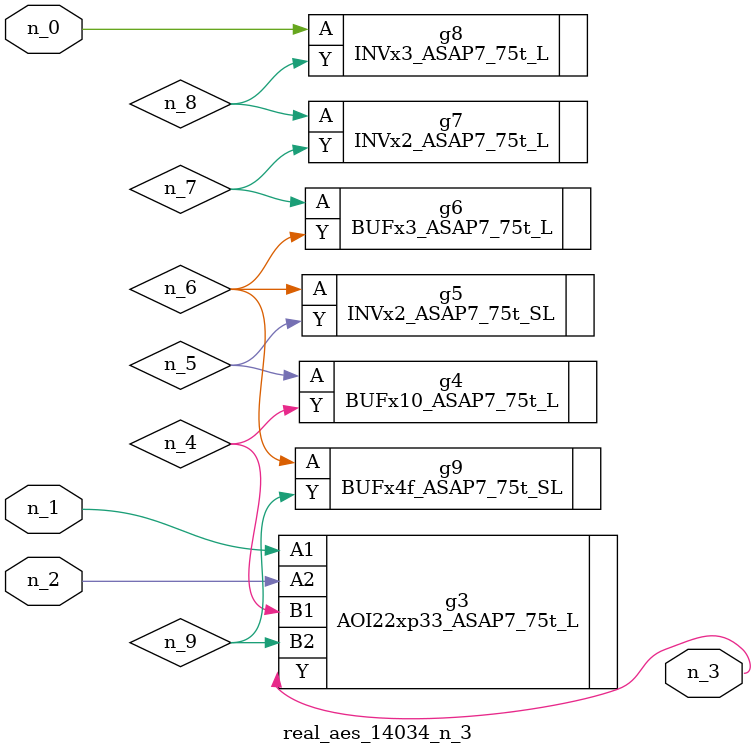
<source format=v>
module real_aes_14034_n_3 (n_0, n_2, n_1, n_3);
input n_0;
input n_2;
input n_1;
output n_3;
wire n_4;
wire n_5;
wire n_7;
wire n_9;
wire n_6;
wire n_8;
INVx3_ASAP7_75t_L g8 ( .A(n_0), .Y(n_8) );
AOI22xp33_ASAP7_75t_L g3 ( .A1(n_1), .A2(n_2), .B1(n_4), .B2(n_9), .Y(n_3) );
BUFx10_ASAP7_75t_L g4 ( .A(n_5), .Y(n_4) );
INVx2_ASAP7_75t_SL g5 ( .A(n_6), .Y(n_5) );
BUFx4f_ASAP7_75t_SL g9 ( .A(n_6), .Y(n_9) );
BUFx3_ASAP7_75t_L g6 ( .A(n_7), .Y(n_6) );
INVx2_ASAP7_75t_L g7 ( .A(n_8), .Y(n_7) );
endmodule
</source>
